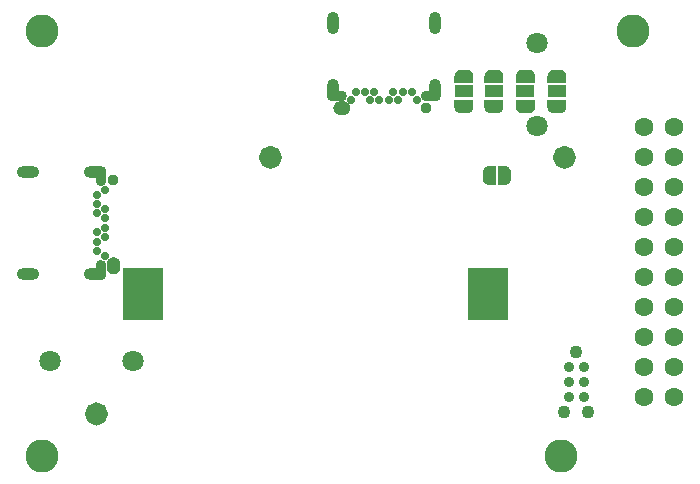
<source format=gbs>
G04 #@! TF.GenerationSoftware,KiCad,Pcbnew,(5.1.6-0-10_14)*
G04 #@! TF.CreationDate,2021-09-10T12:16:29-05:00*
G04 #@! TF.ProjectId,DFC_REV_D,4446435f-5245-4565-9f44-2e6b69636164,rev?*
G04 #@! TF.SameCoordinates,Original*
G04 #@! TF.FileFunction,Soldermask,Bot*
G04 #@! TF.FilePolarity,Negative*
%FSLAX46Y46*%
G04 Gerber Fmt 4.6, Leading zero omitted, Abs format (unit mm)*
G04 Created by KiCad (PCBNEW (5.1.6-0-10_14)) date 2021-09-10 12:16:29*
%MOMM*%
%LPD*%
G01*
G04 APERTURE LIST*
%ADD10C,0.500000*%
%ADD11C,0.050000*%
%ADD12C,0.100000*%
%ADD13R,3.403600X4.419600*%
%ADD14C,0.889000*%
%ADD15O,1.901600X1.001600*%
%ADD16C,0.701600*%
%ADD17O,0.901600X1.701600*%
%ADD18C,0.951600*%
%ADD19O,1.001600X1.901600*%
%ADD20O,1.701600X0.901600*%
%ADD21C,1.600200*%
%ADD22C,2.801600*%
%ADD23R,1.601600X1.101600*%
%ADD24C,1.801600*%
%ADD25C,1.092200*%
G04 APERTURE END LIST*
D10*
X144538000Y-89281000D02*
G75*
G02*
X145288000Y-88531000I750000J0D01*
G01*
X145288000Y-88531000D02*
G75*
G02*
X146038000Y-89281000I0J-750000D01*
G01*
X146038000Y-89281000D02*
G75*
G02*
X145288000Y-90031000I-750000J0D01*
G01*
X145288000Y-90031000D02*
G75*
G02*
X144538000Y-89281000I0J750000D01*
G01*
X130556000Y-111748000D02*
G75*
G02*
X129806000Y-110998000I0J750000D01*
G01*
X131306000Y-110998000D02*
G75*
G02*
X130556000Y-111748000I-750000J0D01*
G01*
X130556000Y-110248000D02*
G75*
G02*
X131306000Y-110998000I0J-750000D01*
G01*
X129806000Y-110998000D02*
G75*
G02*
X130556000Y-110248000I750000J0D01*
G01*
X170180000Y-90031000D02*
G75*
G02*
X169430000Y-89281000I0J750000D01*
G01*
X170930000Y-89281000D02*
G75*
G02*
X170180000Y-90031000I-750000J0D01*
G01*
X170180000Y-88531000D02*
G75*
G02*
X170930000Y-89281000I0J-750000D01*
G01*
X169430000Y-89281000D02*
G75*
G02*
X170180000Y-88531000I750000J0D01*
G01*
D11*
G36*
X132478400Y-98275000D02*
G01*
X132478400Y-98575000D01*
X132475524Y-98629877D01*
X132466927Y-98684154D01*
X132452705Y-98737234D01*
X132433011Y-98788537D01*
X132408063Y-98837500D01*
X132378134Y-98883587D01*
X132343551Y-98926294D01*
X132304694Y-98965151D01*
X132261987Y-98999734D01*
X132215900Y-99029663D01*
X132166937Y-99054611D01*
X132115634Y-99074305D01*
X132062554Y-99088527D01*
X132008277Y-99097124D01*
X131953400Y-99100000D01*
X131898523Y-99097124D01*
X131844246Y-99088527D01*
X131791166Y-99074305D01*
X131739863Y-99054611D01*
X131690900Y-99029663D01*
X131644813Y-98999734D01*
X131602106Y-98965151D01*
X131563249Y-98926294D01*
X131528666Y-98883587D01*
X131498737Y-98837500D01*
X131473789Y-98788537D01*
X131454095Y-98737234D01*
X131439873Y-98684154D01*
X131431276Y-98629877D01*
X131428400Y-98575000D01*
X131428400Y-98275000D01*
X131431276Y-98220123D01*
X131439873Y-98165846D01*
X131454095Y-98112766D01*
X131473789Y-98061463D01*
X131498737Y-98012500D01*
X131528666Y-97966413D01*
X131563249Y-97923706D01*
X131602106Y-97884849D01*
X131644813Y-97850266D01*
X131690900Y-97820337D01*
X131739863Y-97795389D01*
X131791166Y-97775695D01*
X131844246Y-97761473D01*
X131898523Y-97752876D01*
X131953400Y-97750000D01*
X132008277Y-97752876D01*
X132062554Y-97761473D01*
X132115634Y-97775695D01*
X132166937Y-97795389D01*
X132215900Y-97820337D01*
X132261987Y-97850266D01*
X132304694Y-97884849D01*
X132343551Y-97923706D01*
X132378134Y-97966413D01*
X132408063Y-98012500D01*
X132433011Y-98061463D01*
X132452705Y-98112766D01*
X132466927Y-98165846D01*
X132475524Y-98220123D01*
X132478400Y-98275000D01*
G37*
X132478400Y-98275000D02*
X132478400Y-98575000D01*
X132475524Y-98629877D01*
X132466927Y-98684154D01*
X132452705Y-98737234D01*
X132433011Y-98788537D01*
X132408063Y-98837500D01*
X132378134Y-98883587D01*
X132343551Y-98926294D01*
X132304694Y-98965151D01*
X132261987Y-98999734D01*
X132215900Y-99029663D01*
X132166937Y-99054611D01*
X132115634Y-99074305D01*
X132062554Y-99088527D01*
X132008277Y-99097124D01*
X131953400Y-99100000D01*
X131898523Y-99097124D01*
X131844246Y-99088527D01*
X131791166Y-99074305D01*
X131739863Y-99054611D01*
X131690900Y-99029663D01*
X131644813Y-98999734D01*
X131602106Y-98965151D01*
X131563249Y-98926294D01*
X131528666Y-98883587D01*
X131498737Y-98837500D01*
X131473789Y-98788537D01*
X131454095Y-98737234D01*
X131439873Y-98684154D01*
X131431276Y-98629877D01*
X131428400Y-98575000D01*
X131428400Y-98275000D01*
X131431276Y-98220123D01*
X131439873Y-98165846D01*
X131454095Y-98112766D01*
X131473789Y-98061463D01*
X131498737Y-98012500D01*
X131528666Y-97966413D01*
X131563249Y-97923706D01*
X131602106Y-97884849D01*
X131644813Y-97850266D01*
X131690900Y-97820337D01*
X131739863Y-97795389D01*
X131791166Y-97775695D01*
X131844246Y-97761473D01*
X131898523Y-97752876D01*
X131953400Y-97750000D01*
X132008277Y-97752876D01*
X132062554Y-97761473D01*
X132115634Y-97775695D01*
X132166937Y-97795389D01*
X132215900Y-97820337D01*
X132261987Y-97850266D01*
X132304694Y-97884849D01*
X132343551Y-97923706D01*
X132378134Y-97966413D01*
X132408063Y-98012500D01*
X132433011Y-98061463D01*
X132452705Y-98112766D01*
X132466927Y-98165846D01*
X132475524Y-98220123D01*
X132478400Y-98275000D01*
G36*
X151441500Y-85590000D02*
G01*
X151141500Y-85590000D01*
X151086623Y-85587124D01*
X151032346Y-85578527D01*
X150979266Y-85564305D01*
X150927963Y-85544611D01*
X150879000Y-85519663D01*
X150832913Y-85489734D01*
X150790206Y-85455151D01*
X150751349Y-85416294D01*
X150716766Y-85373587D01*
X150686837Y-85327500D01*
X150661889Y-85278537D01*
X150642195Y-85227234D01*
X150627973Y-85174154D01*
X150619376Y-85119877D01*
X150616500Y-85065000D01*
X150619376Y-85010123D01*
X150627973Y-84955846D01*
X150642195Y-84902766D01*
X150661889Y-84851463D01*
X150686837Y-84802500D01*
X150716766Y-84756413D01*
X150751349Y-84713706D01*
X150790206Y-84674849D01*
X150832913Y-84640266D01*
X150879000Y-84610337D01*
X150927963Y-84585389D01*
X150979266Y-84565695D01*
X151032346Y-84551473D01*
X151086623Y-84542876D01*
X151141500Y-84540000D01*
X151441500Y-84540000D01*
X151496377Y-84542876D01*
X151550654Y-84551473D01*
X151603734Y-84565695D01*
X151655037Y-84585389D01*
X151704000Y-84610337D01*
X151750087Y-84640266D01*
X151792794Y-84674849D01*
X151831651Y-84713706D01*
X151866234Y-84756413D01*
X151896163Y-84802500D01*
X151921111Y-84851463D01*
X151940805Y-84902766D01*
X151955027Y-84955846D01*
X151963624Y-85010123D01*
X151966500Y-85065000D01*
X151963624Y-85119877D01*
X151955027Y-85174154D01*
X151940805Y-85227234D01*
X151921111Y-85278537D01*
X151896163Y-85327500D01*
X151866234Y-85373587D01*
X151831651Y-85416294D01*
X151792794Y-85455151D01*
X151750087Y-85489734D01*
X151704000Y-85519663D01*
X151655037Y-85544611D01*
X151603734Y-85564305D01*
X151550654Y-85578527D01*
X151496377Y-85587124D01*
X151441500Y-85590000D01*
G37*
X151441500Y-85590000D02*
X151141500Y-85590000D01*
X151086623Y-85587124D01*
X151032346Y-85578527D01*
X150979266Y-85564305D01*
X150927963Y-85544611D01*
X150879000Y-85519663D01*
X150832913Y-85489734D01*
X150790206Y-85455151D01*
X150751349Y-85416294D01*
X150716766Y-85373587D01*
X150686837Y-85327500D01*
X150661889Y-85278537D01*
X150642195Y-85227234D01*
X150627973Y-85174154D01*
X150619376Y-85119877D01*
X150616500Y-85065000D01*
X150619376Y-85010123D01*
X150627973Y-84955846D01*
X150642195Y-84902766D01*
X150661889Y-84851463D01*
X150686837Y-84802500D01*
X150716766Y-84756413D01*
X150751349Y-84713706D01*
X150790206Y-84674849D01*
X150832913Y-84640266D01*
X150879000Y-84610337D01*
X150927963Y-84585389D01*
X150979266Y-84565695D01*
X151032346Y-84551473D01*
X151086623Y-84542876D01*
X151141500Y-84540000D01*
X151441500Y-84540000D01*
X151496377Y-84542876D01*
X151550654Y-84551473D01*
X151603734Y-84565695D01*
X151655037Y-84585389D01*
X151704000Y-84610337D01*
X151750087Y-84640266D01*
X151792794Y-84674849D01*
X151831651Y-84713706D01*
X151866234Y-84756413D01*
X151896163Y-84802500D01*
X151921111Y-84851463D01*
X151940805Y-84902766D01*
X151955027Y-84955846D01*
X151963624Y-85010123D01*
X151966500Y-85065000D01*
X151963624Y-85119877D01*
X151955027Y-85174154D01*
X151940805Y-85227234D01*
X151921111Y-85278537D01*
X151896163Y-85327500D01*
X151866234Y-85373587D01*
X151831651Y-85416294D01*
X151792794Y-85455151D01*
X151750087Y-85489734D01*
X151704000Y-85519663D01*
X151655037Y-85544611D01*
X151603734Y-85564305D01*
X151550654Y-85578527D01*
X151496377Y-85587124D01*
X151441500Y-85590000D01*
D12*
G36*
X165121113Y-90004802D02*
G01*
X165139534Y-90004802D01*
X165144514Y-90005047D01*
X165193345Y-90009857D01*
X165198275Y-90010588D01*
X165246400Y-90020160D01*
X165251237Y-90021372D01*
X165298192Y-90035616D01*
X165302885Y-90037295D01*
X165348218Y-90056072D01*
X165352726Y-90058204D01*
X165395999Y-90081335D01*
X165400273Y-90083897D01*
X165441072Y-90111157D01*
X165445077Y-90114127D01*
X165483006Y-90145255D01*
X165486700Y-90148603D01*
X165521397Y-90183300D01*
X165524745Y-90186994D01*
X165555873Y-90224923D01*
X165558843Y-90228928D01*
X165586103Y-90269727D01*
X165588665Y-90274001D01*
X165611796Y-90317274D01*
X165613928Y-90321782D01*
X165632705Y-90367115D01*
X165634384Y-90371808D01*
X165648628Y-90418763D01*
X165649840Y-90423600D01*
X165659412Y-90471725D01*
X165660143Y-90476655D01*
X165664953Y-90525486D01*
X165665198Y-90530466D01*
X165665198Y-90548887D01*
X165665800Y-90555000D01*
X165665800Y-91055000D01*
X165665198Y-91061113D01*
X165665198Y-91079534D01*
X165664953Y-91084514D01*
X165660143Y-91133345D01*
X165659412Y-91138275D01*
X165649840Y-91186400D01*
X165648628Y-91191237D01*
X165634384Y-91238192D01*
X165632705Y-91242885D01*
X165613928Y-91288218D01*
X165611796Y-91292726D01*
X165588665Y-91335999D01*
X165586103Y-91340273D01*
X165558843Y-91381072D01*
X165555873Y-91385077D01*
X165524745Y-91423006D01*
X165521397Y-91426700D01*
X165486700Y-91461397D01*
X165483006Y-91464745D01*
X165445077Y-91495873D01*
X165441072Y-91498843D01*
X165400273Y-91526103D01*
X165395999Y-91528665D01*
X165352726Y-91551796D01*
X165348218Y-91553928D01*
X165302885Y-91572705D01*
X165298192Y-91574384D01*
X165251237Y-91588628D01*
X165246400Y-91589840D01*
X165198275Y-91599412D01*
X165193345Y-91600143D01*
X165144514Y-91604953D01*
X165139534Y-91605198D01*
X165121113Y-91605198D01*
X165115000Y-91605800D01*
X164615000Y-91605800D01*
X164605089Y-91604824D01*
X164595560Y-91601933D01*
X164586777Y-91597239D01*
X164579079Y-91590921D01*
X164572761Y-91583223D01*
X164568067Y-91574440D01*
X164565176Y-91564911D01*
X164564200Y-91555000D01*
X164564200Y-90055000D01*
X164565176Y-90045089D01*
X164568067Y-90035560D01*
X164572761Y-90026777D01*
X164579079Y-90019079D01*
X164586777Y-90012761D01*
X164595560Y-90008067D01*
X164605089Y-90005176D01*
X164615000Y-90004200D01*
X165115000Y-90004200D01*
X165121113Y-90004802D01*
G37*
G36*
X164324911Y-90005176D02*
G01*
X164334440Y-90008067D01*
X164343223Y-90012761D01*
X164350921Y-90019079D01*
X164357239Y-90026777D01*
X164361933Y-90035560D01*
X164364824Y-90045089D01*
X164365800Y-90055000D01*
X164365800Y-91555000D01*
X164364824Y-91564911D01*
X164361933Y-91574440D01*
X164357239Y-91583223D01*
X164350921Y-91590921D01*
X164343223Y-91597239D01*
X164334440Y-91601933D01*
X164324911Y-91604824D01*
X164315000Y-91605800D01*
X163815000Y-91605800D01*
X163808887Y-91605198D01*
X163790466Y-91605198D01*
X163785486Y-91604953D01*
X163736655Y-91600143D01*
X163731725Y-91599412D01*
X163683600Y-91589840D01*
X163678763Y-91588628D01*
X163631808Y-91574384D01*
X163627115Y-91572705D01*
X163581782Y-91553928D01*
X163577274Y-91551796D01*
X163534001Y-91528665D01*
X163529727Y-91526103D01*
X163488928Y-91498843D01*
X163484923Y-91495873D01*
X163446994Y-91464745D01*
X163443300Y-91461397D01*
X163408603Y-91426700D01*
X163405255Y-91423006D01*
X163374127Y-91385077D01*
X163371157Y-91381072D01*
X163343897Y-91340273D01*
X163341335Y-91335999D01*
X163318204Y-91292726D01*
X163316072Y-91288218D01*
X163297295Y-91242885D01*
X163295616Y-91238192D01*
X163281372Y-91191237D01*
X163280160Y-91186400D01*
X163270588Y-91138275D01*
X163269857Y-91133345D01*
X163265047Y-91084514D01*
X163264802Y-91079534D01*
X163264802Y-91061113D01*
X163264200Y-91055000D01*
X163264200Y-90555000D01*
X163264802Y-90548887D01*
X163264802Y-90530466D01*
X163265047Y-90525486D01*
X163269857Y-90476655D01*
X163270588Y-90471725D01*
X163280160Y-90423600D01*
X163281372Y-90418763D01*
X163295616Y-90371808D01*
X163297295Y-90367115D01*
X163316072Y-90321782D01*
X163318204Y-90317274D01*
X163341335Y-90274001D01*
X163343897Y-90269727D01*
X163371157Y-90228928D01*
X163374127Y-90224923D01*
X163405255Y-90186994D01*
X163408603Y-90183300D01*
X163443300Y-90148603D01*
X163446994Y-90145255D01*
X163484923Y-90114127D01*
X163488928Y-90111157D01*
X163529727Y-90083897D01*
X163534001Y-90081335D01*
X163577274Y-90058204D01*
X163581782Y-90056072D01*
X163627115Y-90037295D01*
X163631808Y-90035616D01*
X163678763Y-90021372D01*
X163683600Y-90020160D01*
X163731725Y-90010588D01*
X163736655Y-90009857D01*
X163785486Y-90005047D01*
X163790466Y-90004802D01*
X163808887Y-90004802D01*
X163815000Y-90004200D01*
X164315000Y-90004200D01*
X164324911Y-90005176D01*
G37*
D13*
X134493000Y-100838000D03*
X163703000Y-100838000D03*
D14*
X171831000Y-107061000D03*
X170561000Y-107061000D03*
X171831000Y-108331000D03*
X170561000Y-108331000D03*
X171831000Y-109601000D03*
X170561000Y-109601000D03*
G36*
G01*
X144737200Y-89281000D02*
X144737200Y-89281000D01*
G75*
G02*
X145288000Y-88730200I550800J0D01*
G01*
X145288000Y-88730200D01*
G75*
G02*
X145838800Y-89281000I0J-550800D01*
G01*
X145838800Y-89281000D01*
G75*
G02*
X145288000Y-89831800I-550800J0D01*
G01*
X145288000Y-89831800D01*
G75*
G02*
X144737200Y-89281000I0J550800D01*
G01*
G37*
G36*
G01*
X130005200Y-110998000D02*
X130005200Y-110998000D01*
G75*
G02*
X130556000Y-110447200I550800J0D01*
G01*
X130556000Y-110447200D01*
G75*
G02*
X131106800Y-110998000I0J-550800D01*
G01*
X131106800Y-110998000D01*
G75*
G02*
X130556000Y-111548800I-550800J0D01*
G01*
X130556000Y-111548800D01*
G75*
G02*
X130005200Y-110998000I0J550800D01*
G01*
G37*
G36*
G01*
X169629200Y-89281000D02*
X169629200Y-89281000D01*
G75*
G02*
X170180000Y-88730200I550800J0D01*
G01*
X170180000Y-88730200D01*
G75*
G02*
X170730800Y-89281000I0J-550800D01*
G01*
X170730800Y-89281000D01*
G75*
G02*
X170180000Y-89831800I-550800J0D01*
G01*
X170180000Y-89831800D01*
G75*
G02*
X169629200Y-89281000I0J550800D01*
G01*
G37*
D15*
X124753400Y-99155000D03*
X124753400Y-90495000D03*
D16*
X130603400Y-97225000D03*
X130603400Y-96425000D03*
X130603400Y-95625000D03*
X130603400Y-92425000D03*
X130603400Y-93225000D03*
X130603400Y-94025000D03*
X131303400Y-97625000D03*
X131303400Y-96025000D03*
X131303400Y-95225000D03*
X131303400Y-92025000D03*
X131303400Y-93625000D03*
D17*
X130953400Y-90820000D03*
D16*
X131303400Y-94425000D03*
D18*
X131953400Y-98425000D03*
D17*
X130953400Y-98830000D03*
D15*
X130453400Y-99155000D03*
D18*
X131953400Y-91225000D03*
D15*
X130453400Y-90495000D03*
D19*
X159221500Y-83565000D03*
D18*
X158491500Y-85065000D03*
D19*
X150561500Y-83565000D03*
D20*
X150886500Y-84065000D03*
D18*
X151291500Y-85065000D03*
D16*
X155291500Y-84415000D03*
D20*
X158896500Y-84065000D03*
D16*
X156091500Y-84415000D03*
X157691500Y-84415000D03*
X154491500Y-84415000D03*
X153691500Y-84415000D03*
X152091500Y-84415000D03*
X155691500Y-83715000D03*
X156491500Y-83715000D03*
X157291500Y-83715000D03*
X154091500Y-83715000D03*
X153291500Y-83715000D03*
X152491500Y-83715000D03*
D19*
X159221500Y-77865000D03*
X150561500Y-77865000D03*
D21*
X179451000Y-86741000D03*
X176911000Y-86741000D03*
X179451000Y-89281000D03*
X176911000Y-89281000D03*
X179451000Y-91821000D03*
X176911000Y-91821000D03*
X179451000Y-94361000D03*
X176911000Y-94361000D03*
X179451000Y-96901000D03*
X176911000Y-96901000D03*
X179451000Y-99441000D03*
X176911000Y-99441000D03*
X179451000Y-101981000D03*
X176911000Y-101981000D03*
X179451000Y-104521000D03*
X176911000Y-104521000D03*
X179451000Y-107061000D03*
X176911000Y-107061000D03*
X179451000Y-109601000D03*
X176911000Y-109601000D03*
D22*
X169926000Y-114554000D03*
X125984000Y-114554000D03*
X125984000Y-78613000D03*
X176022000Y-78613000D03*
D23*
X161671000Y-83693000D03*
D12*
G36*
X162471198Y-84999113D02*
G01*
X162471198Y-85017534D01*
X162470953Y-85022514D01*
X162466143Y-85071345D01*
X162465412Y-85076275D01*
X162455840Y-85124400D01*
X162454628Y-85129237D01*
X162440384Y-85176192D01*
X162438705Y-85180885D01*
X162419928Y-85226218D01*
X162417796Y-85230726D01*
X162394665Y-85273999D01*
X162392103Y-85278273D01*
X162364843Y-85319072D01*
X162361873Y-85323077D01*
X162330745Y-85361006D01*
X162327397Y-85364700D01*
X162292700Y-85399397D01*
X162289006Y-85402745D01*
X162251077Y-85433873D01*
X162247072Y-85436843D01*
X162206273Y-85464103D01*
X162201999Y-85466665D01*
X162158726Y-85489796D01*
X162154218Y-85491928D01*
X162108885Y-85510705D01*
X162104192Y-85512384D01*
X162057237Y-85526628D01*
X162052400Y-85527840D01*
X162004275Y-85537412D01*
X161999345Y-85538143D01*
X161950514Y-85542953D01*
X161945534Y-85543198D01*
X161927113Y-85543198D01*
X161921000Y-85543800D01*
X161421000Y-85543800D01*
X161414887Y-85543198D01*
X161396466Y-85543198D01*
X161391486Y-85542953D01*
X161342655Y-85538143D01*
X161337725Y-85537412D01*
X161289600Y-85527840D01*
X161284763Y-85526628D01*
X161237808Y-85512384D01*
X161233115Y-85510705D01*
X161187782Y-85491928D01*
X161183274Y-85489796D01*
X161140001Y-85466665D01*
X161135727Y-85464103D01*
X161094928Y-85436843D01*
X161090923Y-85433873D01*
X161052994Y-85402745D01*
X161049300Y-85399397D01*
X161014603Y-85364700D01*
X161011255Y-85361006D01*
X160980127Y-85323077D01*
X160977157Y-85319072D01*
X160949897Y-85278273D01*
X160947335Y-85273999D01*
X160924204Y-85230726D01*
X160922072Y-85226218D01*
X160903295Y-85180885D01*
X160901616Y-85176192D01*
X160887372Y-85129237D01*
X160886160Y-85124400D01*
X160876588Y-85076275D01*
X160875857Y-85071345D01*
X160871047Y-85022514D01*
X160870802Y-85017534D01*
X160870802Y-84999113D01*
X160870200Y-84993000D01*
X160870200Y-84443000D01*
X160871176Y-84433089D01*
X160874067Y-84423560D01*
X160878761Y-84414777D01*
X160885079Y-84407079D01*
X160892777Y-84400761D01*
X160901560Y-84396067D01*
X160911089Y-84393176D01*
X160921000Y-84392200D01*
X162421000Y-84392200D01*
X162430911Y-84393176D01*
X162440440Y-84396067D01*
X162449223Y-84400761D01*
X162456921Y-84407079D01*
X162463239Y-84414777D01*
X162467933Y-84423560D01*
X162470824Y-84433089D01*
X162471800Y-84443000D01*
X162471800Y-84993000D01*
X162471198Y-84999113D01*
G37*
G36*
X162470824Y-82952911D02*
G01*
X162467933Y-82962440D01*
X162463239Y-82971223D01*
X162456921Y-82978921D01*
X162449223Y-82985239D01*
X162440440Y-82989933D01*
X162430911Y-82992824D01*
X162421000Y-82993800D01*
X160921000Y-82993800D01*
X160911089Y-82992824D01*
X160901560Y-82989933D01*
X160892777Y-82985239D01*
X160885079Y-82978921D01*
X160878761Y-82971223D01*
X160874067Y-82962440D01*
X160871176Y-82952911D01*
X160870200Y-82943000D01*
X160870200Y-82393000D01*
X160870802Y-82386887D01*
X160870802Y-82368466D01*
X160871047Y-82363486D01*
X160875857Y-82314655D01*
X160876588Y-82309725D01*
X160886160Y-82261600D01*
X160887372Y-82256763D01*
X160901616Y-82209808D01*
X160903295Y-82205115D01*
X160922072Y-82159782D01*
X160924204Y-82155274D01*
X160947335Y-82112001D01*
X160949897Y-82107727D01*
X160977157Y-82066928D01*
X160980127Y-82062923D01*
X161011255Y-82024994D01*
X161014603Y-82021300D01*
X161049300Y-81986603D01*
X161052994Y-81983255D01*
X161090923Y-81952127D01*
X161094928Y-81949157D01*
X161135727Y-81921897D01*
X161140001Y-81919335D01*
X161183274Y-81896204D01*
X161187782Y-81894072D01*
X161233115Y-81875295D01*
X161237808Y-81873616D01*
X161284763Y-81859372D01*
X161289600Y-81858160D01*
X161337725Y-81848588D01*
X161342655Y-81847857D01*
X161391486Y-81843047D01*
X161396466Y-81842802D01*
X161414887Y-81842802D01*
X161421000Y-81842200D01*
X161921000Y-81842200D01*
X161927113Y-81842802D01*
X161945534Y-81842802D01*
X161950514Y-81843047D01*
X161999345Y-81847857D01*
X162004275Y-81848588D01*
X162052400Y-81858160D01*
X162057237Y-81859372D01*
X162104192Y-81873616D01*
X162108885Y-81875295D01*
X162154218Y-81894072D01*
X162158726Y-81896204D01*
X162201999Y-81919335D01*
X162206273Y-81921897D01*
X162247072Y-81949157D01*
X162251077Y-81952127D01*
X162289006Y-81983255D01*
X162292700Y-81986603D01*
X162327397Y-82021300D01*
X162330745Y-82024994D01*
X162361873Y-82062923D01*
X162364843Y-82066928D01*
X162392103Y-82107727D01*
X162394665Y-82112001D01*
X162417796Y-82155274D01*
X162419928Y-82159782D01*
X162438705Y-82205115D01*
X162440384Y-82209808D01*
X162454628Y-82256763D01*
X162455840Y-82261600D01*
X162465412Y-82309725D01*
X162466143Y-82314655D01*
X162470953Y-82363486D01*
X162471198Y-82368466D01*
X162471198Y-82386887D01*
X162471800Y-82393000D01*
X162471800Y-82943000D01*
X162470824Y-82952911D01*
G37*
D23*
X164211000Y-83693000D03*
D12*
G36*
X165011198Y-84999113D02*
G01*
X165011198Y-85017534D01*
X165010953Y-85022514D01*
X165006143Y-85071345D01*
X165005412Y-85076275D01*
X164995840Y-85124400D01*
X164994628Y-85129237D01*
X164980384Y-85176192D01*
X164978705Y-85180885D01*
X164959928Y-85226218D01*
X164957796Y-85230726D01*
X164934665Y-85273999D01*
X164932103Y-85278273D01*
X164904843Y-85319072D01*
X164901873Y-85323077D01*
X164870745Y-85361006D01*
X164867397Y-85364700D01*
X164832700Y-85399397D01*
X164829006Y-85402745D01*
X164791077Y-85433873D01*
X164787072Y-85436843D01*
X164746273Y-85464103D01*
X164741999Y-85466665D01*
X164698726Y-85489796D01*
X164694218Y-85491928D01*
X164648885Y-85510705D01*
X164644192Y-85512384D01*
X164597237Y-85526628D01*
X164592400Y-85527840D01*
X164544275Y-85537412D01*
X164539345Y-85538143D01*
X164490514Y-85542953D01*
X164485534Y-85543198D01*
X164467113Y-85543198D01*
X164461000Y-85543800D01*
X163961000Y-85543800D01*
X163954887Y-85543198D01*
X163936466Y-85543198D01*
X163931486Y-85542953D01*
X163882655Y-85538143D01*
X163877725Y-85537412D01*
X163829600Y-85527840D01*
X163824763Y-85526628D01*
X163777808Y-85512384D01*
X163773115Y-85510705D01*
X163727782Y-85491928D01*
X163723274Y-85489796D01*
X163680001Y-85466665D01*
X163675727Y-85464103D01*
X163634928Y-85436843D01*
X163630923Y-85433873D01*
X163592994Y-85402745D01*
X163589300Y-85399397D01*
X163554603Y-85364700D01*
X163551255Y-85361006D01*
X163520127Y-85323077D01*
X163517157Y-85319072D01*
X163489897Y-85278273D01*
X163487335Y-85273999D01*
X163464204Y-85230726D01*
X163462072Y-85226218D01*
X163443295Y-85180885D01*
X163441616Y-85176192D01*
X163427372Y-85129237D01*
X163426160Y-85124400D01*
X163416588Y-85076275D01*
X163415857Y-85071345D01*
X163411047Y-85022514D01*
X163410802Y-85017534D01*
X163410802Y-84999113D01*
X163410200Y-84993000D01*
X163410200Y-84443000D01*
X163411176Y-84433089D01*
X163414067Y-84423560D01*
X163418761Y-84414777D01*
X163425079Y-84407079D01*
X163432777Y-84400761D01*
X163441560Y-84396067D01*
X163451089Y-84393176D01*
X163461000Y-84392200D01*
X164961000Y-84392200D01*
X164970911Y-84393176D01*
X164980440Y-84396067D01*
X164989223Y-84400761D01*
X164996921Y-84407079D01*
X165003239Y-84414777D01*
X165007933Y-84423560D01*
X165010824Y-84433089D01*
X165011800Y-84443000D01*
X165011800Y-84993000D01*
X165011198Y-84999113D01*
G37*
G36*
X165010824Y-82952911D02*
G01*
X165007933Y-82962440D01*
X165003239Y-82971223D01*
X164996921Y-82978921D01*
X164989223Y-82985239D01*
X164980440Y-82989933D01*
X164970911Y-82992824D01*
X164961000Y-82993800D01*
X163461000Y-82993800D01*
X163451089Y-82992824D01*
X163441560Y-82989933D01*
X163432777Y-82985239D01*
X163425079Y-82978921D01*
X163418761Y-82971223D01*
X163414067Y-82962440D01*
X163411176Y-82952911D01*
X163410200Y-82943000D01*
X163410200Y-82393000D01*
X163410802Y-82386887D01*
X163410802Y-82368466D01*
X163411047Y-82363486D01*
X163415857Y-82314655D01*
X163416588Y-82309725D01*
X163426160Y-82261600D01*
X163427372Y-82256763D01*
X163441616Y-82209808D01*
X163443295Y-82205115D01*
X163462072Y-82159782D01*
X163464204Y-82155274D01*
X163487335Y-82112001D01*
X163489897Y-82107727D01*
X163517157Y-82066928D01*
X163520127Y-82062923D01*
X163551255Y-82024994D01*
X163554603Y-82021300D01*
X163589300Y-81986603D01*
X163592994Y-81983255D01*
X163630923Y-81952127D01*
X163634928Y-81949157D01*
X163675727Y-81921897D01*
X163680001Y-81919335D01*
X163723274Y-81896204D01*
X163727782Y-81894072D01*
X163773115Y-81875295D01*
X163777808Y-81873616D01*
X163824763Y-81859372D01*
X163829600Y-81858160D01*
X163877725Y-81848588D01*
X163882655Y-81847857D01*
X163931486Y-81843047D01*
X163936466Y-81842802D01*
X163954887Y-81842802D01*
X163961000Y-81842200D01*
X164461000Y-81842200D01*
X164467113Y-81842802D01*
X164485534Y-81842802D01*
X164490514Y-81843047D01*
X164539345Y-81847857D01*
X164544275Y-81848588D01*
X164592400Y-81858160D01*
X164597237Y-81859372D01*
X164644192Y-81873616D01*
X164648885Y-81875295D01*
X164694218Y-81894072D01*
X164698726Y-81896204D01*
X164741999Y-81919335D01*
X164746273Y-81921897D01*
X164787072Y-81949157D01*
X164791077Y-81952127D01*
X164829006Y-81983255D01*
X164832700Y-81986603D01*
X164867397Y-82021300D01*
X164870745Y-82024994D01*
X164901873Y-82062923D01*
X164904843Y-82066928D01*
X164932103Y-82107727D01*
X164934665Y-82112001D01*
X164957796Y-82155274D01*
X164959928Y-82159782D01*
X164978705Y-82205115D01*
X164980384Y-82209808D01*
X164994628Y-82256763D01*
X164995840Y-82261600D01*
X165005412Y-82309725D01*
X165006143Y-82314655D01*
X165010953Y-82363486D01*
X165011198Y-82368466D01*
X165011198Y-82386887D01*
X165011800Y-82393000D01*
X165011800Y-82943000D01*
X165010824Y-82952911D01*
G37*
D24*
X133619000Y-106553000D03*
X126619000Y-106553000D03*
X167894000Y-79629000D03*
X167894000Y-86629000D03*
D23*
X169545000Y-83693000D03*
D12*
G36*
X168744802Y-82386887D02*
G01*
X168744802Y-82368466D01*
X168745047Y-82363486D01*
X168749857Y-82314655D01*
X168750588Y-82309725D01*
X168760160Y-82261600D01*
X168761372Y-82256763D01*
X168775616Y-82209808D01*
X168777295Y-82205115D01*
X168796072Y-82159782D01*
X168798204Y-82155274D01*
X168821335Y-82112001D01*
X168823897Y-82107727D01*
X168851157Y-82066928D01*
X168854127Y-82062923D01*
X168885255Y-82024994D01*
X168888603Y-82021300D01*
X168923300Y-81986603D01*
X168926994Y-81983255D01*
X168964923Y-81952127D01*
X168968928Y-81949157D01*
X169009727Y-81921897D01*
X169014001Y-81919335D01*
X169057274Y-81896204D01*
X169061782Y-81894072D01*
X169107115Y-81875295D01*
X169111808Y-81873616D01*
X169158763Y-81859372D01*
X169163600Y-81858160D01*
X169211725Y-81848588D01*
X169216655Y-81847857D01*
X169265486Y-81843047D01*
X169270466Y-81842802D01*
X169288887Y-81842802D01*
X169295000Y-81842200D01*
X169795000Y-81842200D01*
X169801113Y-81842802D01*
X169819534Y-81842802D01*
X169824514Y-81843047D01*
X169873345Y-81847857D01*
X169878275Y-81848588D01*
X169926400Y-81858160D01*
X169931237Y-81859372D01*
X169978192Y-81873616D01*
X169982885Y-81875295D01*
X170028218Y-81894072D01*
X170032726Y-81896204D01*
X170075999Y-81919335D01*
X170080273Y-81921897D01*
X170121072Y-81949157D01*
X170125077Y-81952127D01*
X170163006Y-81983255D01*
X170166700Y-81986603D01*
X170201397Y-82021300D01*
X170204745Y-82024994D01*
X170235873Y-82062923D01*
X170238843Y-82066928D01*
X170266103Y-82107727D01*
X170268665Y-82112001D01*
X170291796Y-82155274D01*
X170293928Y-82159782D01*
X170312705Y-82205115D01*
X170314384Y-82209808D01*
X170328628Y-82256763D01*
X170329840Y-82261600D01*
X170339412Y-82309725D01*
X170340143Y-82314655D01*
X170344953Y-82363486D01*
X170345198Y-82368466D01*
X170345198Y-82386887D01*
X170345800Y-82393000D01*
X170345800Y-82943000D01*
X170344824Y-82952911D01*
X170341933Y-82962440D01*
X170337239Y-82971223D01*
X170330921Y-82978921D01*
X170323223Y-82985239D01*
X170314440Y-82989933D01*
X170304911Y-82992824D01*
X170295000Y-82993800D01*
X168795000Y-82993800D01*
X168785089Y-82992824D01*
X168775560Y-82989933D01*
X168766777Y-82985239D01*
X168759079Y-82978921D01*
X168752761Y-82971223D01*
X168748067Y-82962440D01*
X168745176Y-82952911D01*
X168744200Y-82943000D01*
X168744200Y-82393000D01*
X168744802Y-82386887D01*
G37*
G36*
X168745176Y-84433089D02*
G01*
X168748067Y-84423560D01*
X168752761Y-84414777D01*
X168759079Y-84407079D01*
X168766777Y-84400761D01*
X168775560Y-84396067D01*
X168785089Y-84393176D01*
X168795000Y-84392200D01*
X170295000Y-84392200D01*
X170304911Y-84393176D01*
X170314440Y-84396067D01*
X170323223Y-84400761D01*
X170330921Y-84407079D01*
X170337239Y-84414777D01*
X170341933Y-84423560D01*
X170344824Y-84433089D01*
X170345800Y-84443000D01*
X170345800Y-84993000D01*
X170345198Y-84999113D01*
X170345198Y-85017534D01*
X170344953Y-85022514D01*
X170340143Y-85071345D01*
X170339412Y-85076275D01*
X170329840Y-85124400D01*
X170328628Y-85129237D01*
X170314384Y-85176192D01*
X170312705Y-85180885D01*
X170293928Y-85226218D01*
X170291796Y-85230726D01*
X170268665Y-85273999D01*
X170266103Y-85278273D01*
X170238843Y-85319072D01*
X170235873Y-85323077D01*
X170204745Y-85361006D01*
X170201397Y-85364700D01*
X170166700Y-85399397D01*
X170163006Y-85402745D01*
X170125077Y-85433873D01*
X170121072Y-85436843D01*
X170080273Y-85464103D01*
X170075999Y-85466665D01*
X170032726Y-85489796D01*
X170028218Y-85491928D01*
X169982885Y-85510705D01*
X169978192Y-85512384D01*
X169931237Y-85526628D01*
X169926400Y-85527840D01*
X169878275Y-85537412D01*
X169873345Y-85538143D01*
X169824514Y-85542953D01*
X169819534Y-85543198D01*
X169801113Y-85543198D01*
X169795000Y-85543800D01*
X169295000Y-85543800D01*
X169288887Y-85543198D01*
X169270466Y-85543198D01*
X169265486Y-85542953D01*
X169216655Y-85538143D01*
X169211725Y-85537412D01*
X169163600Y-85527840D01*
X169158763Y-85526628D01*
X169111808Y-85512384D01*
X169107115Y-85510705D01*
X169061782Y-85491928D01*
X169057274Y-85489796D01*
X169014001Y-85466665D01*
X169009727Y-85464103D01*
X168968928Y-85436843D01*
X168964923Y-85433873D01*
X168926994Y-85402745D01*
X168923300Y-85399397D01*
X168888603Y-85364700D01*
X168885255Y-85361006D01*
X168854127Y-85323077D01*
X168851157Y-85319072D01*
X168823897Y-85278273D01*
X168821335Y-85273999D01*
X168798204Y-85230726D01*
X168796072Y-85226218D01*
X168777295Y-85180885D01*
X168775616Y-85176192D01*
X168761372Y-85129237D01*
X168760160Y-85124400D01*
X168750588Y-85076275D01*
X168749857Y-85071345D01*
X168745047Y-85022514D01*
X168744802Y-85017534D01*
X168744802Y-84999113D01*
X168744200Y-84993000D01*
X168744200Y-84443000D01*
X168745176Y-84433089D01*
G37*
G36*
X167677824Y-82952911D02*
G01*
X167674933Y-82962440D01*
X167670239Y-82971223D01*
X167663921Y-82978921D01*
X167656223Y-82985239D01*
X167647440Y-82989933D01*
X167637911Y-82992824D01*
X167628000Y-82993800D01*
X166128000Y-82993800D01*
X166118089Y-82992824D01*
X166108560Y-82989933D01*
X166099777Y-82985239D01*
X166092079Y-82978921D01*
X166085761Y-82971223D01*
X166081067Y-82962440D01*
X166078176Y-82952911D01*
X166077200Y-82943000D01*
X166077200Y-82393000D01*
X166077802Y-82386887D01*
X166077802Y-82368466D01*
X166078047Y-82363486D01*
X166082857Y-82314655D01*
X166083588Y-82309725D01*
X166093160Y-82261600D01*
X166094372Y-82256763D01*
X166108616Y-82209808D01*
X166110295Y-82205115D01*
X166129072Y-82159782D01*
X166131204Y-82155274D01*
X166154335Y-82112001D01*
X166156897Y-82107727D01*
X166184157Y-82066928D01*
X166187127Y-82062923D01*
X166218255Y-82024994D01*
X166221603Y-82021300D01*
X166256300Y-81986603D01*
X166259994Y-81983255D01*
X166297923Y-81952127D01*
X166301928Y-81949157D01*
X166342727Y-81921897D01*
X166347001Y-81919335D01*
X166390274Y-81896204D01*
X166394782Y-81894072D01*
X166440115Y-81875295D01*
X166444808Y-81873616D01*
X166491763Y-81859372D01*
X166496600Y-81858160D01*
X166544725Y-81848588D01*
X166549655Y-81847857D01*
X166598486Y-81843047D01*
X166603466Y-81842802D01*
X166621887Y-81842802D01*
X166628000Y-81842200D01*
X167128000Y-81842200D01*
X167134113Y-81842802D01*
X167152534Y-81842802D01*
X167157514Y-81843047D01*
X167206345Y-81847857D01*
X167211275Y-81848588D01*
X167259400Y-81858160D01*
X167264237Y-81859372D01*
X167311192Y-81873616D01*
X167315885Y-81875295D01*
X167361218Y-81894072D01*
X167365726Y-81896204D01*
X167408999Y-81919335D01*
X167413273Y-81921897D01*
X167454072Y-81949157D01*
X167458077Y-81952127D01*
X167496006Y-81983255D01*
X167499700Y-81986603D01*
X167534397Y-82021300D01*
X167537745Y-82024994D01*
X167568873Y-82062923D01*
X167571843Y-82066928D01*
X167599103Y-82107727D01*
X167601665Y-82112001D01*
X167624796Y-82155274D01*
X167626928Y-82159782D01*
X167645705Y-82205115D01*
X167647384Y-82209808D01*
X167661628Y-82256763D01*
X167662840Y-82261600D01*
X167672412Y-82309725D01*
X167673143Y-82314655D01*
X167677953Y-82363486D01*
X167678198Y-82368466D01*
X167678198Y-82386887D01*
X167678800Y-82393000D01*
X167678800Y-82943000D01*
X167677824Y-82952911D01*
G37*
G36*
X167678198Y-84999113D02*
G01*
X167678198Y-85017534D01*
X167677953Y-85022514D01*
X167673143Y-85071345D01*
X167672412Y-85076275D01*
X167662840Y-85124400D01*
X167661628Y-85129237D01*
X167647384Y-85176192D01*
X167645705Y-85180885D01*
X167626928Y-85226218D01*
X167624796Y-85230726D01*
X167601665Y-85273999D01*
X167599103Y-85278273D01*
X167571843Y-85319072D01*
X167568873Y-85323077D01*
X167537745Y-85361006D01*
X167534397Y-85364700D01*
X167499700Y-85399397D01*
X167496006Y-85402745D01*
X167458077Y-85433873D01*
X167454072Y-85436843D01*
X167413273Y-85464103D01*
X167408999Y-85466665D01*
X167365726Y-85489796D01*
X167361218Y-85491928D01*
X167315885Y-85510705D01*
X167311192Y-85512384D01*
X167264237Y-85526628D01*
X167259400Y-85527840D01*
X167211275Y-85537412D01*
X167206345Y-85538143D01*
X167157514Y-85542953D01*
X167152534Y-85543198D01*
X167134113Y-85543198D01*
X167128000Y-85543800D01*
X166628000Y-85543800D01*
X166621887Y-85543198D01*
X166603466Y-85543198D01*
X166598486Y-85542953D01*
X166549655Y-85538143D01*
X166544725Y-85537412D01*
X166496600Y-85527840D01*
X166491763Y-85526628D01*
X166444808Y-85512384D01*
X166440115Y-85510705D01*
X166394782Y-85491928D01*
X166390274Y-85489796D01*
X166347001Y-85466665D01*
X166342727Y-85464103D01*
X166301928Y-85436843D01*
X166297923Y-85433873D01*
X166259994Y-85402745D01*
X166256300Y-85399397D01*
X166221603Y-85364700D01*
X166218255Y-85361006D01*
X166187127Y-85323077D01*
X166184157Y-85319072D01*
X166156897Y-85278273D01*
X166154335Y-85273999D01*
X166131204Y-85230726D01*
X166129072Y-85226218D01*
X166110295Y-85180885D01*
X166108616Y-85176192D01*
X166094372Y-85129237D01*
X166093160Y-85124400D01*
X166083588Y-85076275D01*
X166082857Y-85071345D01*
X166078047Y-85022514D01*
X166077802Y-85017534D01*
X166077802Y-84999113D01*
X166077200Y-84993000D01*
X166077200Y-84443000D01*
X166078176Y-84433089D01*
X166081067Y-84423560D01*
X166085761Y-84414777D01*
X166092079Y-84407079D01*
X166099777Y-84400761D01*
X166108560Y-84396067D01*
X166118089Y-84393176D01*
X166128000Y-84392200D01*
X167628000Y-84392200D01*
X167637911Y-84393176D01*
X167647440Y-84396067D01*
X167656223Y-84400761D01*
X167663921Y-84407079D01*
X167670239Y-84414777D01*
X167674933Y-84423560D01*
X167677824Y-84433089D01*
X167678800Y-84443000D01*
X167678800Y-84993000D01*
X167678198Y-84999113D01*
G37*
D23*
X166878000Y-83693000D03*
D25*
X172212000Y-110871000D03*
X170180000Y-110871000D03*
X171196000Y-105791000D03*
M02*

</source>
